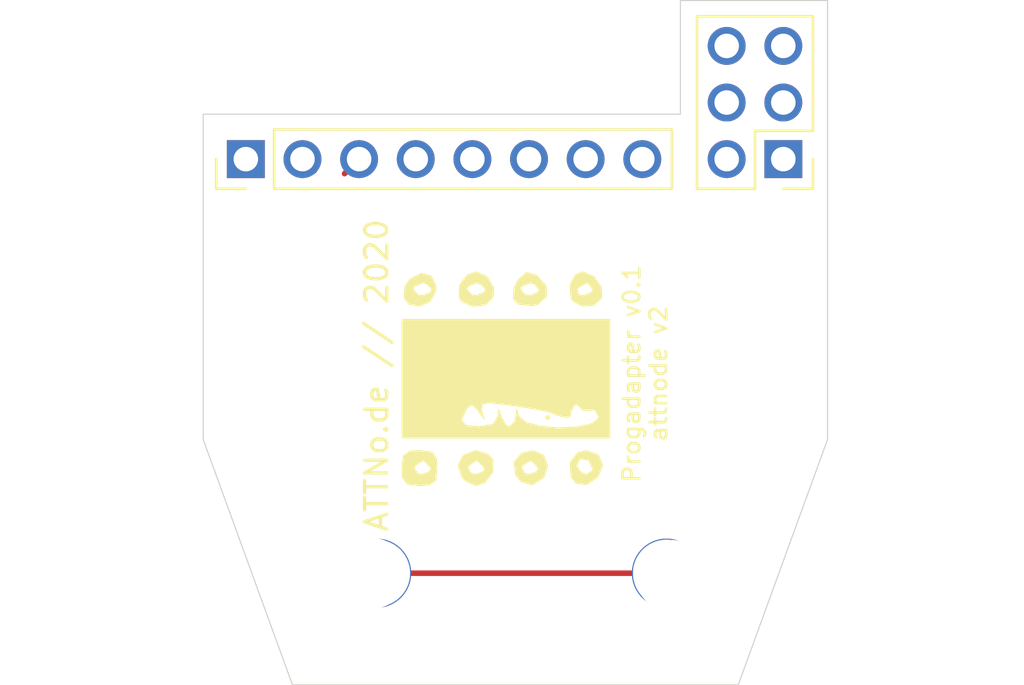
<source format=kicad_pcb>
(kicad_pcb (version 20171130) (host pcbnew "(5.1.8)-1")

  (general
    (thickness 1.6)
    (drawings 10)
    (tracks 6)
    (zones 0)
    (modules 7)
    (nets 15)
  )

  (page A4)
  (layers
    (0 F.Cu signal)
    (31 B.Cu signal)
    (32 B.Adhes user)
    (33 F.Adhes user)
    (34 B.Paste user)
    (35 F.Paste user)
    (36 B.SilkS user)
    (37 F.SilkS user)
    (38 B.Mask user)
    (39 F.Mask user)
    (40 Dwgs.User user)
    (41 Cmts.User user)
    (42 Eco1.User user)
    (43 Eco2.User user)
    (44 Edge.Cuts user)
    (45 Margin user)
    (46 B.CrtYd user)
    (47 F.CrtYd user)
    (48 B.Fab user)
    (49 F.Fab user)
  )

  (setup
    (last_trace_width 0.25)
    (trace_clearance 0.2)
    (zone_clearance 0.508)
    (zone_45_only no)
    (trace_min 0.2)
    (via_size 0.8)
    (via_drill 0.4)
    (via_min_size 0.4)
    (via_min_drill 0.3)
    (uvia_size 0.3)
    (uvia_drill 0.1)
    (uvias_allowed no)
    (uvia_min_size 0.2)
    (uvia_min_drill 0.1)
    (edge_width 0.05)
    (segment_width 0.2)
    (pcb_text_width 0.3)
    (pcb_text_size 1.5 1.5)
    (mod_edge_width 0.12)
    (mod_text_size 1 1)
    (mod_text_width 0.15)
    (pad_size 4.3 4.3)
    (pad_drill 4.3)
    (pad_to_mask_clearance 0.051)
    (solder_mask_min_width 0.25)
    (aux_axis_origin 0 0)
    (visible_elements 7FFFFFFF)
    (pcbplotparams
      (layerselection 0x010fc_ffffffff)
      (usegerberextensions false)
      (usegerberattributes false)
      (usegerberadvancedattributes false)
      (creategerberjobfile false)
      (excludeedgelayer true)
      (linewidth 0.100000)
      (plotframeref false)
      (viasonmask false)
      (mode 1)
      (useauxorigin false)
      (hpglpennumber 1)
      (hpglpenspeed 20)
      (hpglpendiameter 15.000000)
      (psnegative false)
      (psa4output false)
      (plotreference true)
      (plotvalue true)
      (plotinvisibletext false)
      (padsonsilk false)
      (subtractmaskfromsilk false)
      (outputformat 1)
      (mirror false)
      (drillshape 0)
      (scaleselection 1)
      (outputdirectory "Gerber_V2/"))
  )

  (net 0 "")
  (net 1 PRG_Vin)
  (net 2 "Net-(J1-Pad8)")
  (net 3 "Net-(J1-Pad7)")
  (net 4 "Net-(J1-Pad6)")
  (net 5 "Net-(J1-Pad5)")
  (net 6 "Net-(J1-Pad4)")
  (net 7 "Net-(J1-Pad3)")
  (net 8 "Net-(J1-Pad2)")
  (net 9 "Net-(J1-Pad1)")
  (net 10 PRG_GND)
  (net 11 "Net-(PRG-Out1-Pad5)")
  (net 12 "Net-(PRG-Out1-Pad4)")
  (net 13 "Net-(PRG-Out1-Pad3)")
  (net 14 "Net-(PRG-Out1-Pad1)")

  (net_class Default "Dies ist die voreingestellte Netzklasse."
    (clearance 0.2)
    (trace_width 0.25)
    (via_dia 0.8)
    (via_drill 0.4)
    (uvia_dia 0.3)
    (uvia_drill 0.1)
    (add_net "Net-(J1-Pad1)")
    (add_net "Net-(J1-Pad2)")
    (add_net "Net-(J1-Pad3)")
    (add_net "Net-(J1-Pad4)")
    (add_net "Net-(J1-Pad5)")
    (add_net "Net-(J1-Pad6)")
    (add_net "Net-(J1-Pad7)")
    (add_net "Net-(J1-Pad8)")
    (add_net "Net-(PRG-Out1-Pad1)")
    (add_net "Net-(PRG-Out1-Pad3)")
    (add_net "Net-(PRG-Out1-Pad4)")
    (add_net "Net-(PRG-Out1-Pad5)")
    (add_net PRG_GND)
    (add_net PRG_Vin)
  )

  (module MountingHole:MountingHole_4.3mm_M4_ISO7380 (layer F.Cu) (tedit 56D1B4CB) (tstamp 5FB22B1D)
    (at 79.8068 75)
    (descr "Mounting Hole 4.3mm, no annular, M4, ISO7380")
    (tags "mounting hole 4.3mm no annular m4 iso7380")
    (attr virtual)
    (fp_text reference REF** (at 0 -4.8) (layer F.SilkS) hide
      (effects (font (size 1 1) (thickness 0.15)))
    )
    (fp_text value MountingHole_4.3mm_M4_ISO7380 (at 0 4.8) (layer F.Fab)
      (effects (font (size 1 1) (thickness 0.15)))
    )
    (fp_circle (center 0 0) (end 4.05 0) (layer F.CrtYd) (width 0.05))
    (fp_circle (center 0 0) (end 3.8 0) (layer Cmts.User) (width 0.15))
    (fp_text user %R (at 0.3 0) (layer F.Fab)
      (effects (font (size 1 1) (thickness 0.15)))
    )
    (pad 1 np_thru_hole circle (at 0 0) (size 4.3 4.3) (drill 4.3) (layers *.Cu *.Mask))
  )

  (module MountingHole:MountingHole_4.3mm_M4_ISO7380 (layer F.Cu) (tedit 56D1B4CB) (tstamp 5FB22B56)
    (at 59.8932 75)
    (descr "Mounting Hole 4.3mm, no annular, M4, ISO7380")
    (tags "mounting hole 4.3mm no annular m4 iso7380")
    (attr virtual)
    (fp_text reference REF** (at 0 -4.8) (layer F.SilkS) hide
      (effects (font (size 1 1) (thickness 0.15)))
    )
    (fp_text value MountingHole_4.3mm_M4_ISO7380 (at 0 4.8) (layer F.Fab)
      (effects (font (size 1 1) (thickness 0.15)))
    )
    (fp_circle (center 0 0) (end 4.05 0) (layer F.CrtYd) (width 0.05))
    (fp_circle (center 0 0) (end 3.8 0) (layer Cmts.User) (width 0.15))
    (fp_text user %R (at 0.3 0) (layer F.Fab)
      (effects (font (size 1 1) (thickness 0.15)))
    )
    (pad 1 np_thru_hole circle (at 0 0) (size 4.3 4.3) (drill 4.3) (layers *.Cu *.Mask))
  )

  (module MountingHole:MountingHole_3.2mm_M3_DIN965 (layer F.Cu) (tedit 56D1B4CB) (tstamp 5FB22868)
    (at 63.5254 83.1088)
    (descr "Mounting Hole 3.2mm, no annular, M3, DIN965")
    (tags "mounting hole 3.2mm no annular m3 din965")
    (attr virtual)
    (fp_text reference REF** (at 0 -3.8) (layer F.SilkS) hide
      (effects (font (size 1 1) (thickness 0.15)))
    )
    (fp_text value MountingHole_3.2mm_M3_DIN965 (at 0 3.8) (layer F.Fab)
      (effects (font (size 1 1) (thickness 0.15)))
    )
    (fp_circle (center 0 0) (end 3.05 0) (layer F.CrtYd) (width 0.05))
    (fp_circle (center 0 0) (end 2.8 0) (layer Cmts.User) (width 0.15))
    (fp_text user %R (at 0.3 0) (layer F.Fab)
      (effects (font (size 1 1) (thickness 0.15)))
    )
    (pad 1 np_thru_hole circle (at 0 0) (size 3.2 3.2) (drill 3.2) (layers *.Cu *.Mask))
  )

  (module MountingHole:MountingHole_3.2mm_M3_DIN965 (layer F.Cu) (tedit 56D1B4CB) (tstamp 5FB22839)
    (at 76.9874 83.2104)
    (descr "Mounting Hole 3.2mm, no annular, M3, DIN965")
    (tags "mounting hole 3.2mm no annular m3 din965")
    (attr virtual)
    (fp_text reference REF** (at 0 -3.8) (layer F.SilkS) hide
      (effects (font (size 1 1) (thickness 0.15)))
    )
    (fp_text value MountingHole_3.2mm_M3_DIN965 (at 0 3.8) (layer F.Fab)
      (effects (font (size 1 1) (thickness 0.15)))
    )
    (fp_circle (center 0 0) (end 3.05 0) (layer F.CrtYd) (width 0.05))
    (fp_circle (center 0 0) (end 2.8 0) (layer Cmts.User) (width 0.15))
    (fp_text user %R (at 0.3 0) (layer F.Fab)
      (effects (font (size 1 1) (thickness 0.15)))
    )
    (pad 1 np_thru_hole circle (at 0 0) (size 3.2 3.2) (drill 3.2) (layers *.Cu *.Mask))
  )

  (module "Logo Attno.de:Logo_druck" (layer F.Cu) (tedit 0) (tstamp 5FB20DB1)
    (at 69.4436 74.3712)
    (fp_text reference G*** (at 0 0) (layer F.SilkS) hide
      (effects (font (size 1.524 1.524) (thickness 0.3)))
    )
    (fp_text value LOGO (at 0.75 0) (layer F.SilkS) hide
      (effects (font (size 1.524 1.524) (thickness 0.3)))
    )
    (fp_poly (pts (xy -3.175028 3.274671) (xy -2.965626 3.587178) (xy -2.941053 4.010526) (xy -3.007304 4.578657)
      (xy -3.319811 4.788059) (xy -3.743158 4.812632) (xy -4.311289 4.746381) (xy -4.520691 4.433874)
      (xy -4.545264 4.010526) (xy -4.542926 3.990474) (xy -3.959281 3.990474) (xy -3.830217 4.234271)
      (xy -3.609474 4.277895) (xy -3.276715 4.142232) (xy -3.259667 3.990474) (xy -3.535693 3.714239)
      (xy -3.609474 3.703053) (xy -3.922973 3.911204) (xy -3.959281 3.990474) (xy -4.542926 3.990474)
      (xy -4.479013 3.442395) (xy -4.166506 3.232994) (xy -3.743158 3.208421) (xy -3.175028 3.274671)) (layer F.SilkS) (width 0.01))
    (fp_poly (pts (xy -0.654718 3.377959) (xy -0.425046 3.643362) (xy -0.445336 4.206313) (xy -0.802298 4.673505)
      (xy -1.203158 4.812632) (xy -1.650245 4.625796) (xy -1.843455 4.445467) (xy -1.999823 3.990474)
      (xy -1.552965 3.990474) (xy -1.423901 4.234271) (xy -1.203158 4.277895) (xy -0.870399 4.142232)
      (xy -0.853351 3.990474) (xy -1.129378 3.714239) (xy -1.203158 3.703053) (xy -1.516657 3.911204)
      (xy -1.552965 3.990474) (xy -1.999823 3.990474) (xy -2.031887 3.897179) (xy -1.795855 3.42208)
      (xy -1.233012 3.208837) (xy -1.203158 3.208421) (xy -0.654718 3.377959)) (layer F.SilkS) (width 0.01))
    (fp_poly (pts (xy 1.830489 3.420844) (xy 2.023085 3.906185) (xy 1.850749 4.436547) (xy 1.843454 4.445467)
      (xy 1.308609 4.788602) (xy 0.789363 4.623462) (xy 0.556657 4.318854) (xy 0.512481 3.990474)
      (xy 0.85335 3.990474) (xy 0.982414 4.234271) (xy 1.203157 4.277895) (xy 1.535916 4.142232)
      (xy 1.552964 3.990474) (xy 1.276938 3.714239) (xy 1.203157 3.703053) (xy 0.889659 3.911204)
      (xy 0.85335 3.990474) (xy 0.512481 3.990474) (xy 0.479001 3.74161) (xy 0.834794 3.328056)
      (xy 1.36171 3.208421) (xy 1.830489 3.420844)) (layer F.SilkS) (width 0.01))
    (fp_poly (pts (xy 4.289104 3.40888) (xy 4.485854 3.883973) (xy 4.275068 4.414984) (xy 3.760298 4.770967)
      (xy 3.272011 4.712338) (xy 3.03774 4.411579) (xy 3.005955 3.923658) (xy 3.321753 3.923658)
      (xy 3.535729 4.214069) (xy 3.758937 4.277895) (xy 4.005698 4.098505) (xy 4.010526 4.055088)
      (xy 3.836112 3.667614) (xy 3.47406 3.613807) (xy 3.434135 3.635217) (xy 3.321753 3.923658)
      (xy 3.005955 3.923658) (xy 2.995131 3.757507) (xy 3.340792 3.309889) (xy 3.743157 3.208421)
      (xy 4.289104 3.40888)) (layer F.SilkS) (width 0.01))
    (fp_poly (pts (xy 4.812631 2.673684) (xy -4.545264 2.673684) (xy -4.545264 1.85671) (xy -1.84514 1.85671)
      (xy -1.640977 2.086836) (xy -1.069474 2.138947) (xy -0.449193 2.032284) (xy -0.236914 1.678869)
      (xy -0.236354 1.671053) (xy -0.199008 1.341536) (xy -0.120086 1.531401) (xy -0.083065 1.671053)
      (xy 0.137174 2.067551) (xy 0.286972 2.138947) (xy 0.512231 1.91694) (xy 0.565751 1.671053)
      (xy 0.603097 1.341536) (xy 0.682019 1.531401) (xy 0.71904 1.671053) (xy 1.023883 1.942669)
      (xy 1.661629 2.1152) (xy 2.468428 2.186887) (xy 3.280431 2.155969) (xy 3.933785 2.020685)
      (xy 4.264641 1.779275) (xy 4.277894 1.709289) (xy 4.113499 1.405706) (xy 3.876842 1.43353)
      (xy 3.532945 1.431665) (xy 3.475789 1.312671) (xy 3.31091 1.162077) (xy 3.204059 1.205853)
      (xy 3.040408 1.51151) (xy 3.071649 1.599214) (xy 2.983308 1.745726) (xy 2.741799 1.73488)
      (xy 2.344973 1.633411) (xy 2.272631 1.590545) (xy 2.017938 1.492766) (xy 1.298922 1.353099)
      (xy 0.183184 1.184476) (xy 0.064366 1.16815) (xy -0.638136 1.095906) (xy -0.934809 1.164674)
      (xy -0.945218 1.415944) (xy -0.918078 1.509049) (xy -0.821817 1.851758) (xy -0.926927 1.742986)
      (xy -1.080524 1.50529) (xy -1.365887 1.180679) (xy -1.595147 1.317081) (xy -1.631354 1.371606)
      (xy -1.84514 1.85671) (xy -4.545264 1.85671) (xy -4.545264 -2.673684) (xy 4.812631 -2.673684)
      (xy 4.812631 2.673684)) (layer F.SilkS) (width 0.01))
    (fp_poly (pts (xy -3.196971 -4.616923) (xy -2.979926 -4.140395) (xy -2.989143 -3.94488) (xy -3.252289 -3.462408)
      (xy -3.731266 -3.239198) (xy -4.214277 -3.323615) (xy -4.449336 -3.611454) (xy -4.423182 -4.010526)
      (xy -4.010527 -4.010526) (xy -3.79397 -3.773323) (xy -3.609474 -3.743158) (xy -3.253669 -3.887529)
      (xy -3.208422 -4.010526) (xy -3.424979 -4.24773) (xy -3.609474 -4.277895) (xy -3.96528 -4.133524)
      (xy -4.010527 -4.010526) (xy -4.423182 -4.010526) (xy -4.414565 -4.142002) (xy -4.201504 -4.468872)
      (xy -3.662664 -4.7517) (xy -3.196971 -4.616923)) (layer F.SilkS) (width 0.01))
    (fp_poly (pts (xy -0.698937 -4.587399) (xy -0.404882 -4.076307) (xy -0.425046 -3.643362) (xy -0.795864 -3.295983)
      (xy -1.358492 -3.230802) (xy -1.850527 -3.44782) (xy -1.981271 -3.643362) (xy -1.968038 -4.010526)
      (xy -1.604211 -4.010526) (xy -1.387654 -3.773323) (xy -1.203158 -3.743158) (xy -0.847353 -3.887529)
      (xy -0.802106 -4.010526) (xy -1.018663 -4.24773) (xy -1.203158 -4.277895) (xy -1.558964 -4.133524)
      (xy -1.604211 -4.010526) (xy -1.968038 -4.010526) (xy -1.960981 -4.206313) (xy -1.604019 -4.673505)
      (xy -1.203158 -4.812632) (xy -0.698937 -4.587399)) (layer F.SilkS) (width 0.01))
    (fp_poly (pts (xy 1.497215 -4.664621) (xy 1.521708 -4.649808) (xy 1.958071 -4.173721) (xy 1.961382 -3.672715)
      (xy 1.558773 -3.320009) (xy 1.304155 -3.2608) (xy 0.68795 -3.334446) (xy 0.453572 -3.569022)
      (xy 0.476776 -4.010526) (xy 0.802105 -4.010526) (xy 1.018662 -3.773323) (xy 1.203157 -3.743158)
      (xy 1.558963 -3.887529) (xy 1.60421 -4.010526) (xy 1.387653 -4.24773) (xy 1.203157 -4.277895)
      (xy 0.847352 -4.133524) (xy 0.802105 -4.010526) (xy 0.476776 -4.010526) (xy 0.480169 -4.075083)
      (xy 0.671125 -4.452433) (xy 1.053407 -4.785038) (xy 1.497215 -4.664621)) (layer F.SilkS) (width 0.01))
    (fp_poly (pts (xy 4.089816 -4.595979) (xy 4.434735 -4.1028) (xy 4.449882 -3.612879) (xy 4.088167 -3.2809)
      (xy 3.55026 -3.237404) (xy 3.109036 -3.48305) (xy 3.03774 -3.609474) (xy 3.005379 -4.010526)
      (xy 3.342105 -4.010526) (xy 3.402717 -3.781632) (xy 3.593694 -3.743158) (xy 3.959511 -3.882751)
      (xy 4.010526 -4.010526) (xy 3.818628 -4.270242) (xy 3.758937 -4.277895) (xy 3.39683 -4.083545)
      (xy 3.342105 -4.010526) (xy 3.005379 -4.010526) (xy 2.988838 -4.215517) (xy 3.2409 -4.683255)
      (xy 3.568344 -4.812632) (xy 4.089816 -4.595979)) (layer F.SilkS) (width 0.01))
    (fp_poly (pts (xy 2.138947 1.737895) (xy 2.005263 1.871579) (xy 1.871578 1.737895) (xy 2.005263 1.60421)
      (xy 2.138947 1.737895)) (layer F.SilkS) (width 0.01))
  )

  (module Connector_PinHeader_2.54mm:PinHeader_2x03_P2.54mm_Vertical (layer F.Cu) (tedit 5FB1263A) (tstamp 5E2A4CBB)
    (at 82.0166 64.516 180)
    (descr "Through hole straight pin header, 2x03, 2.54mm pitch, double rows")
    (tags "Through hole pin header THT 2x03 2.54mm double row")
    (path /5D69C5BF)
    (fp_text reference PRG-Out1 (at 1.27 -1.9304) (layer F.SilkS) hide
      (effects (font (size 0.8 0.8) (thickness 0.1)))
    )
    (fp_text value PRG (at 1.27 7.41) (layer F.Fab) hide
      (effects (font (size 1 1) (thickness 0.15)))
    )
    (fp_line (start 0 -1.27) (end 3.81 -1.27) (layer F.Fab) (width 0.1))
    (fp_line (start 3.81 -1.27) (end 3.81 6.35) (layer F.Fab) (width 0.1))
    (fp_line (start 3.81 6.35) (end -1.27 6.35) (layer F.Fab) (width 0.1))
    (fp_line (start -1.27 6.35) (end -1.27 0) (layer F.Fab) (width 0.1))
    (fp_line (start -1.27 0) (end 0 -1.27) (layer F.Fab) (width 0.1))
    (fp_line (start -1.33 6.41) (end 3.87 6.41) (layer F.SilkS) (width 0.12))
    (fp_line (start -1.33 1.27) (end -1.33 6.41) (layer F.SilkS) (width 0.12))
    (fp_line (start 3.87 -1.33) (end 3.87 6.41) (layer F.SilkS) (width 0.12))
    (fp_line (start -1.33 1.27) (end 1.27 1.27) (layer F.SilkS) (width 0.12))
    (fp_line (start 1.27 1.27) (end 1.27 -1.33) (layer F.SilkS) (width 0.12))
    (fp_line (start 1.27 -1.33) (end 3.87 -1.33) (layer F.SilkS) (width 0.12))
    (fp_line (start -1.33 0) (end -1.33 -1.33) (layer F.SilkS) (width 0.12))
    (fp_line (start -1.33 -1.33) (end 0 -1.33) (layer F.SilkS) (width 0.12))
    (fp_line (start -1.8 -1.8) (end -1.8 6.85) (layer F.CrtYd) (width 0.05))
    (fp_line (start -1.8 6.85) (end 4.35 6.85) (layer F.CrtYd) (width 0.05))
    (fp_line (start 4.35 6.85) (end 4.35 -1.8) (layer F.CrtYd) (width 0.05))
    (fp_line (start 4.35 -1.8) (end -1.8 -1.8) (layer F.CrtYd) (width 0.05))
    (fp_text user %R (at 1.27 2.54 180) (layer F.Fab) hide
      (effects (font (size 1 1) (thickness 0.15)))
    )
    (pad 6 thru_hole oval (at 2.54 5.08 180) (size 1.7 1.7) (drill 1.1) (layers *.Cu *.Mask)
      (net 10 PRG_GND))
    (pad 5 thru_hole oval (at 0 5.08 180) (size 1.7 1.7) (drill 1.1) (layers *.Cu *.Mask)
      (net 11 "Net-(PRG-Out1-Pad5)"))
    (pad 4 thru_hole oval (at 2.54 2.54 180) (size 1.7 1.7) (drill 1.1) (layers *.Cu *.Mask)
      (net 12 "Net-(PRG-Out1-Pad4)"))
    (pad 3 thru_hole oval (at 0 2.54 180) (size 1.7 1.7) (drill 1.1) (layers *.Cu *.Mask)
      (net 13 "Net-(PRG-Out1-Pad3)"))
    (pad 2 thru_hole oval (at 2.54 0 180) (size 1.7 1.7) (drill 1.1) (layers *.Cu *.Mask)
      (net 1 PRG_Vin))
    (pad 1 thru_hole rect (at 0 0 180) (size 1.7 1.7) (drill 1.1) (layers *.Cu *.Mask)
      (net 14 "Net-(PRG-Out1-Pad1)"))
  )

  (module Connector_PinHeader_2.54mm:PinHeader_1x08_P2.54mm_Vertical (layer F.Cu) (tedit 5FB12615) (tstamp 5E2A8742)
    (at 57.912 64.516 90)
    (descr "Through hole straight pin header, 1x08, 2.54mm pitch, single row")
    (tags "Through hole pin header THT 1x08 2.54mm single row")
    (path /5D68DC89)
    (fp_text reference J1 (at 1.8923 -0.0381) (layer F.SilkS) hide
      (effects (font (size 0.8 0.8) (thickness 0.1)))
    )
    (fp_text value J1 (at 0 20.11 90) (layer F.Fab) hide
      (effects (font (size 1 1) (thickness 0.15)))
    )
    (fp_line (start -0.635 -1.27) (end 1.27 -1.27) (layer F.Fab) (width 0.1))
    (fp_line (start 1.27 -1.27) (end 1.27 19.05) (layer F.Fab) (width 0.1))
    (fp_line (start 1.27 19.05) (end -1.27 19.05) (layer F.Fab) (width 0.1))
    (fp_line (start -1.27 19.05) (end -1.27 -0.635) (layer F.Fab) (width 0.1))
    (fp_line (start -1.27 -0.635) (end -0.635 -1.27) (layer F.Fab) (width 0.1))
    (fp_line (start -1.33 19.11) (end 1.33 19.11) (layer F.SilkS) (width 0.12))
    (fp_line (start -1.33 1.27) (end -1.33 19.11) (layer F.SilkS) (width 0.12))
    (fp_line (start 1.33 1.27) (end 1.33 19.11) (layer F.SilkS) (width 0.12))
    (fp_line (start -1.33 1.27) (end 1.33 1.27) (layer F.SilkS) (width 0.12))
    (fp_line (start -1.33 0) (end -1.33 -1.33) (layer F.SilkS) (width 0.12))
    (fp_line (start -1.33 -1.33) (end 0 -1.33) (layer F.SilkS) (width 0.12))
    (fp_line (start -1.8 -1.8) (end -1.8 19.55) (layer F.CrtYd) (width 0.05))
    (fp_line (start -1.8 19.55) (end 1.8 19.55) (layer F.CrtYd) (width 0.05))
    (fp_line (start 1.8 19.55) (end 1.8 -1.8) (layer F.CrtYd) (width 0.05))
    (fp_line (start 1.8 -1.8) (end -1.8 -1.8) (layer F.CrtYd) (width 0.05))
    (fp_text user %R (at 0 8.89) (layer F.Fab) hide
      (effects (font (size 1 1) (thickness 0.15)))
    )
    (pad 8 thru_hole oval (at 0 17.78 90) (size 1.7 1.7) (drill 1.1) (layers *.Cu *.Mask)
      (net 2 "Net-(J1-Pad8)"))
    (pad 7 thru_hole oval (at 0 15.24 90) (size 1.7 1.7) (drill 1.1) (layers *.Cu *.Mask)
      (net 3 "Net-(J1-Pad7)"))
    (pad 6 thru_hole oval (at 0 12.7 90) (size 1.7 1.7) (drill 1.1) (layers *.Cu *.Mask)
      (net 4 "Net-(J1-Pad6)"))
    (pad 5 thru_hole oval (at 0 10.16 90) (size 1.7 1.7) (drill 1.1) (layers *.Cu *.Mask)
      (net 5 "Net-(J1-Pad5)"))
    (pad 4 thru_hole oval (at 0 7.62 90) (size 1.7 1.7) (drill 1.1) (layers *.Cu *.Mask)
      (net 6 "Net-(J1-Pad4)"))
    (pad 3 thru_hole oval (at 0 5.08 90) (size 1.7 1.7) (drill 1.1) (layers *.Cu *.Mask)
      (net 7 "Net-(J1-Pad3)"))
    (pad 2 thru_hole oval (at 0 2.54 90) (size 1.7 1.7) (drill 1.1) (layers *.Cu *.Mask)
      (net 8 "Net-(J1-Pad2)"))
    (pad 1 thru_hole rect (at 0 0 90) (size 1.7 1.7) (drill 1.1) (layers *.Cu *.Mask)
      (net 9 "Net-(J1-Pad1)"))
  )

  (gr_text "Progadapter v0.1\nattnode v2" (at 75.819 74.1426 90) (layer F.SilkS)
    (effects (font (size 0.75 0.75) (thickness 0.12)))
  )
  (gr_text "ATTNo.de // 2020" (at 63.7794 74.2188 90) (layer F.SilkS)
    (effects (font (size 1 1) (thickness 0.15)))
  )
  (gr_line (start 77.4 62.5) (end 77.4 57.4) (layer Edge.Cuts) (width 0.05))
  (gr_line (start 56 62.5) (end 77.4 62.5) (layer Edge.Cuts) (width 0.05))
  (gr_line (start 84 57.4) (end 77.4 57.4) (layer Edge.Cuts) (width 0.05))
  (gr_line (start 56 77.1) (end 56 62.5) (layer Edge.Cuts) (width 0.05) (tstamp 5FB1788D))
  (gr_line (start 84 77.1) (end 84 57.4) (layer Edge.Cuts) (width 0.05))
  (gr_line (start 56 77.1) (end 60 88.1) (layer Edge.Cuts) (width 0.05))
  (gr_line (start 80 88.1) (end 84 77.1) (layer Edge.Cuts) (width 0.05))
  (gr_line (start 60 88.1) (end 80 88.1) (layer Edge.Cuts) (width 0.05))

  (via (at 76.776 83.1) (size 3.1) (drill 3) (layers F.Cu B.Cu) (net 0))
  (via (at 63.776 83.1) (size 3.1) (drill 3) (layers F.Cu B.Cu) (net 0))
  (segment (start 77.588328 83.1) (end 76.776 83.1) (width 0.25) (layer F.Cu) (net 0))
  (segment (start 63.776 83.1) (end 77.588328 83.1) (width 0.25) (layer F.Cu) (net 0))
  (segment (start 62.34 65.168) (end 62.992 64.516) (width 0.25) (layer F.Cu) (net 7))
  (segment (start 60.975001 65.039001) (end 60.452 64.516) (width 0.25) (layer F.Cu) (net 8))

)

</source>
